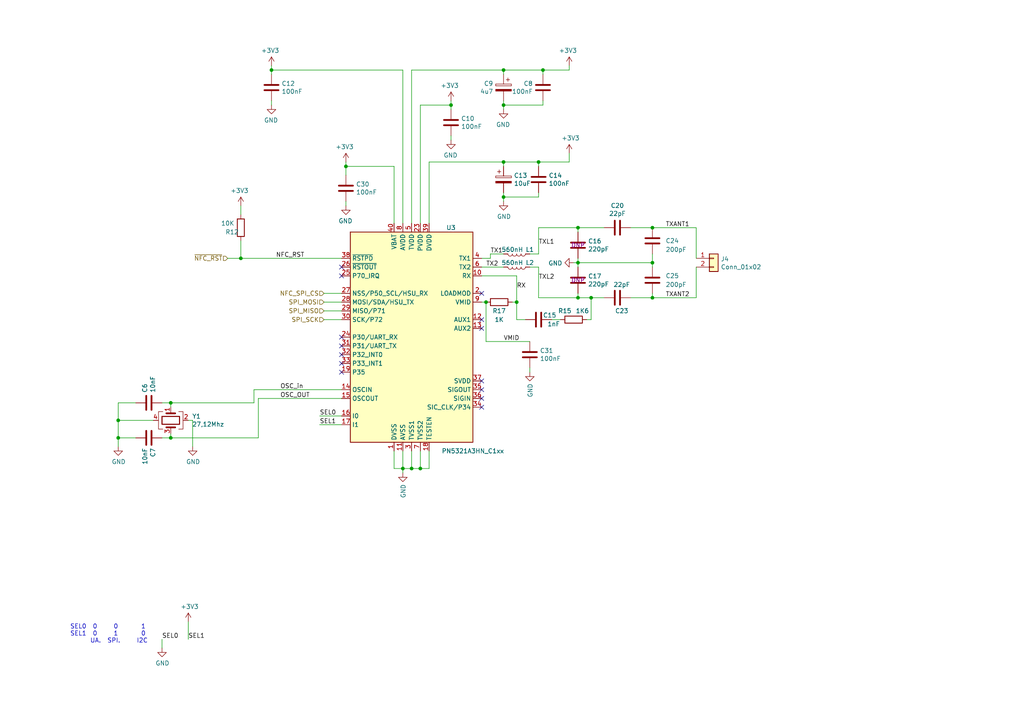
<source format=kicad_sch>
(kicad_sch (version 20211123) (generator eeschema)
  (paper "A4")
  (lib_symbols
    (symbol "Connector_Generic:Conn_01x02" (pin_names (offset 1.016) hide)
      (property "Reference" "J" (at 0 2.54 0))
      (property "Value" "Conn_01x02" (at 0 -5.08 0))
      (symbol "Conn_01x02_1_1"
        (rectangle (start -1.27 -2.413) (end 0 -2.667) (stroke (width 0.1524)))
        (rectangle (start -1.27 0.127) (end 0 -0.127) (stroke (width 0.1524)))
        (rectangle (start -1.27 1.27) (end 1.27 -3.81) (stroke (width 0.254)) (fill (type background)))
        (pin passive line (at -5.08 0 0) (length 3.81) (name "Pin_1") (number "1"))
        (pin passive line (at -5.08 -2.54 0) (length 3.81) (name "Pin_2") (number "2"))
      )
    )
    (symbol "Device:C" (pin_numbers hide) (pin_names (offset 0.254))
      (property "Reference" "C" (at 0.635 2.54 0))
      (property "Value" "C" (at 0.635 -2.54 0))
      (symbol "C_0_1"
        (polyline (pts (xy -2.032 -0.762) (xy 2.032 -0.762)) (stroke (width 0.508)))
        (polyline (pts (xy -2.032 0.762) (xy 2.032 0.762)) (stroke (width 0.508)))
      )
      (symbol "C_1_1"
        (pin passive line (at 0 3.81 270) (length 2.794) (name "~") (number "1"))
        (pin passive line (at 0 -3.81 90) (length 2.794) (name "~") (number "2"))
      )
    )
    (symbol "Device:C_Polarized" (pin_numbers hide) (pin_names (offset 0.254))
      (property "Reference" "C" (at 0.635 2.54 0))
      (property "Value" "C_Polarized" (at 0.635 -2.54 0))
      (symbol "C_Polarized_0_1"
        (rectangle (start -2.286 0.508) (end 2.286 1.016))
        (polyline (pts (xy -1.778 2.286) (xy -0.762 2.286)))
        (polyline (pts (xy -1.27 2.794) (xy -1.27 1.778)))
        (rectangle (start 2.286 -0.508) (end -2.286 -1.016) (fill (type outline)))
      )
      (symbol "C_Polarized_1_1"
        (pin passive line (at 0 3.81 270) (length 2.794) (name "~") (number "1"))
        (pin passive line (at 0 -3.81 90) (length 2.794) (name "~") (number "2"))
      )
    )
    (symbol "Device:Crystal_GND24" (pin_names (offset 1.016) hide)
      (property "Reference" "Y" (at 3.175 5.08 0))
      (property "Value" "Crystal_GND24" (at 3.175 3.175 0))
      (symbol "Crystal_GND24_0_1"
        (rectangle (start -1.143 2.54) (end 1.143 -2.54) (stroke (width 0.3048)))
        (polyline (pts (xy -2.54 0) (xy -2.032 0)))
        (polyline (pts (xy -2.032 -1.27) (xy -2.032 1.27)) (stroke (width 0.508)))
        (polyline (pts (xy 0 -3.81) (xy 0 -3.556)))
        (polyline (pts (xy 0 3.556) (xy 0 3.81)))
        (polyline (pts (xy 2.032 -1.27) (xy 2.032 1.27)) (stroke (width 0.508)))
        (polyline (pts (xy 2.032 0) (xy 2.54 0)))
        (polyline (pts (xy -2.54 -2.286) (xy -2.54 -3.556) (xy 2.54 -3.556) (xy 2.54 -2.286)))
        (polyline (pts (xy -2.54 2.286) (xy -2.54 3.556) (xy 2.54 3.556) (xy 2.54 2.286)))
      )
      (symbol "Crystal_GND24_1_1"
        (pin passive line (at -3.81 0 0) (length 1.27) (name "1") (number "1"))
        (pin passive line (at 0 5.08 270) (length 1.27) (name "2") (number "2"))
        (pin passive line (at 3.81 0 180) (length 1.27) (name "3") (number "3"))
        (pin passive line (at 0 -5.08 90) (length 1.27) (name "4") (number "4"))
      )
    )
    (symbol "Device:L" (pin_numbers hide) (pin_names (offset 1.016) hide)
      (property "Reference" "L" (at -1.27 0 90))
      (property "Value" "L" (at 1.905 0 90))
      (symbol "L_0_1"
        (arc (start 0 -2.54) (mid 0.635 -1.905) (end 0 -1.27))
        (arc (start 0 -1.27) (mid 0.635 -0.635) (end 0 0))
        (arc (start 0 0) (mid 0.635 0.635) (end 0 1.27))
        (arc (start 0 1.27) (mid 0.635 1.905) (end 0 2.54))
      )
      (symbol "L_1_1"
        (pin passive line (at 0 3.81 270) (length 1.27) (name "1") (number "1"))
        (pin passive line (at 0 -3.81 90) (length 1.27) (name "2") (number "2"))
      )
    )
    (symbol "Device:R" (pin_numbers hide) (pin_names (offset 0))
      (property "Reference" "R" (at 2.032 0 90))
      (property "Value" "R" (at 0 0 90))
      (symbol "R_0_1"
        (rectangle (start -1.016 -2.54) (end 1.016 2.54) (stroke (width 0.254)))
      )
      (symbol "R_1_1"
        (pin passive line (at 0 3.81 270) (length 1.27) (name "~") (number "1"))
        (pin passive line (at 0 -3.81 90) (length 1.27) (name "~") (number "2"))
      )
    )
    (symbol "RF_NFC:PN5321A3HN_C1xx"
      (property "Reference" "U" (at -15.24 31.75 0))
      (property "Value" "PN5321A3HN_C1xx" (at 15.24 31.75 0))
      (symbol "PN5321A3HN_C1xx_0_1"
        (rectangle (start -17.78 30.48) (end 17.78 -30.48) (stroke (width 0.254)) (fill (type background)))
      )
      (symbol "PN5321A3HN_C1xx_1_1"
        (pin power_in line (at -5.08 -33.02 90) (length 2.54) (name "DVSS") (number "1"))
        (pin input line (at 20.32 17.78 180) (length 2.54) (name "RX") (number "10"))
        (pin power_in line (at -2.54 -33.02 90) (length 2.54) (name "AVSS") (number "11"))
        (pin output line (at 20.32 5.08 180) (length 2.54) (name "AUX1") (number "12"))
        (pin output line (at 20.32 2.54 180) (length 2.54) (name "AUX2") (number "13"))
        (pin input line (at -20.32 -15.24 0) (length 2.54) (name "OSCIN") (number "14"))
        (pin output line (at -20.32 -17.78 0) (length 2.54) (name "OSCOUT") (number "15"))
        (pin passive line (at -20.32 -22.86 0) (length 2.54) (name "I0") (number "16"))
        (pin passive line (at -20.32 -25.4 0) (length 2.54) (name "I1") (number "17"))
        (pin passive line (at 5.08 -33.02 90) (length 2.54) (name "TESTEN") (number "18"))
        (pin bidirectional line (at -20.32 -10.16 0) (length 2.54) (name "P35") (number "19"))
        (pin output line (at 20.32 12.7 180) (length 2.54) (name "LOADMOD") (number "2"))
        (pin no_connect line (at 17.78 -2.54 180) (length 2.54) hide (name "N.C.") (number "20"))
        (pin no_connect line (at 17.78 -5.08 180) (length 2.54) hide (name "N.C.") (number "21"))
        (pin no_connect line (at 17.78 -7.62 180) (length 2.54) hide (name "N.C.") (number "22"))
        (pin power_in line (at 2.54 33.02 270) (length 2.54) (name "PVDD") (number "23"))
        (pin bidirectional line (at -20.32 0 0) (length 2.54) (name "P30/UART_RX") (number "24"))
        (pin bidirectional line (at -20.32 17.78 0) (length 2.54) (name "P70_IRQ") (number "25"))
        (pin output line (at -20.32 20.32 0) (length 2.54) (name "~{RSTOUT}") (number "26"))
        (pin bidirectional line (at -20.32 12.7 0) (length 2.54) (name "NSS/P50_SCL/HSU_RX") (number "27"))
        (pin bidirectional line (at -20.32 10.16 0) (length 2.54) (name "MOSI/SDA/HSU_TX") (number "28"))
        (pin bidirectional line (at -20.32 7.62 0) (length 2.54) (name "MISO/P71") (number "29"))
        (pin power_in line (at 0 -33.02 90) (length 2.54) (name "TVSS1") (number "3"))
        (pin bidirectional line (at -20.32 5.08 0) (length 2.54) (name "SCK/P72") (number "30"))
        (pin bidirectional line (at -20.32 -2.54 0) (length 2.54) (name "P31/UART_TX") (number "31"))
        (pin bidirectional line (at -20.32 -5.08 0) (length 2.54) (name "P32_INT0") (number "32"))
        (pin bidirectional line (at -20.32 -7.62 0) (length 2.54) (name "P33_INT1") (number "33"))
        (pin bidirectional line (at 20.32 -20.32 180) (length 2.54) (name "SIC_CLK/P34") (number "34"))
        (pin output line (at 20.32 -15.24 180) (length 2.54) (name "SIGOUT") (number "35"))
        (pin input line (at 20.32 -17.78 180) (length 2.54) (name "SIGIN") (number "36"))
        (pin output line (at 20.32 -12.7 180) (length 2.54) (name "SVDD") (number "37"))
        (pin input line (at -20.32 22.86 0) (length 2.54) (name "~{RSTPD}") (number "38"))
        (pin power_out line (at 5.08 33.02 270) (length 2.54) (name "DVDD") (number "39"))
        (pin output line (at 20.32 22.86 180) (length 2.54) (name "TX1") (number "4"))
        (pin power_in line (at -5.08 33.02 270) (length 2.54) (name "VBAT") (number "40"))
        (pin passive line (at -2.54 -33.02 90) (length 2.54) hide (name "AVSS") (number "41"))
        (pin power_in line (at 0 33.02 270) (length 2.54) (name "TVDD") (number "5"))
        (pin output line (at 20.32 20.32 180) (length 2.54) (name "TX2") (number "6"))
        (pin power_in line (at 2.54 -33.02 90) (length 2.54) (name "TVSS2") (number "7"))
        (pin power_in line (at -2.54 33.02 270) (length 2.54) (name "AVDD") (number "8"))
        (pin output line (at 20.32 10.16 180) (length 2.54) (name "VMID") (number "9"))
      )
    )
    (symbol "power:+3V3" (power) (pin_names (offset 0))
      (property "Value" "+3V3" (at 0 3.556 0))
      (symbol "+3V3_0_1"
        (polyline (pts (xy -0.762 1.27) (xy 0 2.54)))
        (polyline (pts (xy 0 0) (xy 0 2.54)))
        (polyline (pts (xy 0 2.54) (xy 0.762 1.27)))
      )
      (symbol "+3V3_1_1"
        (pin power_in line (at 0 0 90) (length 0) hide (name "+3V3") (number "1"))
      )
    )
    (symbol "power:GND" (power) (pin_names (offset 0))
      (property "Value" "GND" (at 0 -3.81 0))
      (symbol "GND_0_1"
        (polyline (pts (xy 0 0) (xy 0 -1.27) (xy 1.27 -1.27) (xy 0 -2.54) (xy -1.27 -1.27) (xy 0 -1.27)))
      )
      (symbol "GND_1_1"
        (pin power_in line (at 0 0 270) (length 0) hide (name "GND") (number "1"))
      )
    )
  )
  (junction (at 156.21 46.99))
  (junction (at 171.45 86.36))
  (junction (at 49.53 116.84))
  (junction (at 157.48 20.32))
  (junction (at 146.05 57.15))
  (junction (at 189.23 76.2))
  (junction (at 34.29 127))
  (junction (at 116.84 135.89))
  (junction (at 100.33 48.26))
  (junction (at 149.86 87.63))
  (junction (at 130.81 30.48))
  (junction (at 167.64 76.2))
  (junction (at 140.97 87.63))
  (junction (at 69.85 74.93))
  (junction (at 189.23 66.04))
  (junction (at 119.38 135.89))
  (junction (at 49.53 127))
  (junction (at 34.29 121.92))
  (junction (at 146.05 46.99))
  (junction (at 167.64 66.04))
  (junction (at 121.92 135.89))
  (junction (at 78.74 20.32))
  (junction (at 167.64 86.36))
  (junction (at 146.05 30.48))
  (junction (at 189.23 86.36))
  (junction (at 146.05 20.32))
  (no_connect (at 139.7 118.11))
  (no_connect (at 139.7 85.09))
  (no_connect (at 99.06 102.87))
  (no_connect (at 139.7 92.71))
  (no_connect (at 99.06 105.41))
  (no_connect (at 99.06 80.01))
  (no_connect (at 99.06 107.95))
  (no_connect (at 99.06 100.33))
  (no_connect (at 99.06 97.79))
  (no_connect (at 139.7 95.25))
  (no_connect (at 139.7 110.49))
  (no_connect (at 139.7 115.57))
  (no_connect (at 139.7 113.03))
  (no_connect (at 99.06 77.47))
  (wire (pts (xy 116.84 137.16) (xy 116.84 135.89)))
  (wire (pts (xy 156.21 77.47) (xy 156.21 86.36)))
  (wire (pts (xy 121.92 135.89) (xy 124.46 135.89)))
  (wire (pts (xy 119.38 20.32) (xy 146.05 20.32)))
  (wire (pts (xy 153.67 77.47) (xy 156.21 77.47)))
  (wire (pts (xy 149.86 92.71) (xy 152.4 92.71)))
  (wire (pts (xy 114.3 64.77) (xy 114.3 48.26)))
  (wire (pts (xy 93.98 87.63) (xy 99.06 87.63)))
  (wire (pts (xy 142.24 73.66) (xy 142.24 74.93)))
  (wire (pts (xy 46.99 116.84) (xy 49.53 116.84)))
  (wire (pts (xy 130.81 30.48) (xy 130.81 29.21)))
  (wire (pts (xy 74.93 115.57) (xy 74.93 127)))
  (wire (pts (xy 55.88 129.54) (xy 55.88 121.92)))
  (wire (pts (xy 165.1 20.32) (xy 165.1 19.05)))
  (wire (pts (xy 39.37 116.84) (xy 34.29 116.84)))
  (wire (pts (xy 146.05 48.26) (xy 146.05 46.99)))
  (wire (pts (xy 146.05 73.66) (xy 142.24 73.66)))
  (wire (pts (xy 201.93 66.04) (xy 201.93 74.93)))
  (wire (pts (xy 201.93 86.36) (xy 189.23 86.36)))
  (wire (pts (xy 201.93 77.47) (xy 201.93 86.36)))
  (wire (pts (xy 34.29 129.54) (xy 34.29 127)))
  (wire (pts (xy 165.1 44.45) (xy 165.1 46.99)))
  (wire (pts (xy 66.04 74.93) (xy 69.85 74.93)))
  (wire (pts (xy 55.88 121.92) (xy 54.61 121.92)))
  (wire (pts (xy 146.05 58.42) (xy 146.05 57.15)))
  (wire (pts (xy 73.66 113.03) (xy 99.06 113.03)))
  (wire (pts (xy 49.53 116.84) (xy 49.53 118.11)))
  (wire (pts (xy 99.06 120.65) (xy 92.71 120.65)))
  (wire (pts (xy 34.29 121.92) (xy 34.29 127)))
  (wire (pts (xy 69.85 74.93) (xy 99.06 74.93)))
  (wire (pts (xy 156.21 46.99) (xy 165.1 46.99)))
  (wire (pts (xy 160.02 92.71) (xy 162.56 92.71)))
  (wire (pts (xy 46.99 185.42) (xy 46.99 187.96)))
  (wire (pts (xy 153.67 73.66) (xy 156.21 73.66)))
  (wire (pts (xy 49.53 127) (xy 49.53 125.73)))
  (wire (pts (xy 146.05 20.32) (xy 157.48 20.32)))
  (wire (pts (xy 124.46 130.81) (xy 124.46 135.89)))
  (wire (pts (xy 171.45 92.71) (xy 171.45 86.36)))
  (wire (pts (xy 157.48 30.48) (xy 146.05 30.48)))
  (wire (pts (xy 139.7 80.01) (xy 149.86 80.01)))
  (wire (pts (xy 149.86 80.01) (xy 149.86 87.63)))
  (wire (pts (xy 130.81 31.75) (xy 130.81 30.48)))
  (wire (pts (xy 93.98 85.09) (xy 99.06 85.09)))
  (wire (pts (xy 78.74 20.32) (xy 78.74 21.59)))
  (wire (pts (xy 100.33 59.69) (xy 100.33 58.42)))
  (wire (pts (xy 170.18 92.71) (xy 171.45 92.71)))
  (wire (pts (xy 189.23 77.47) (xy 189.23 76.2)))
  (wire (pts (xy 175.26 86.36) (xy 171.45 86.36)))
  (wire (pts (xy 34.29 127) (xy 39.37 127)))
  (wire (pts (xy 124.46 64.77) (xy 124.46 46.99)))
  (wire (pts (xy 156.21 46.99) (xy 146.05 46.99)))
  (wire (pts (xy 146.05 21.59) (xy 146.05 20.32)))
  (wire (pts (xy 189.23 76.2) (xy 189.23 73.66)))
  (wire (pts (xy 167.64 86.36) (xy 167.64 85.09)))
  (wire (pts (xy 156.21 48.26) (xy 156.21 46.99)))
  (wire (pts (xy 93.98 90.17) (xy 99.06 90.17)))
  (wire (pts (xy 100.33 46.99) (xy 100.33 48.26)))
  (wire (pts (xy 93.98 92.71) (xy 99.06 92.71)))
  (wire (pts (xy 140.97 87.63) (xy 140.97 99.06)))
  (wire (pts (xy 34.29 116.84) (xy 34.29 121.92)))
  (wire (pts (xy 140.97 99.06) (xy 153.67 99.06)))
  (wire (pts (xy 69.85 59.69) (xy 69.85 62.23)))
  (wire (pts (xy 142.24 74.93) (xy 139.7 74.93)))
  (wire (pts (xy 114.3 130.81) (xy 114.3 135.89)))
  (wire (pts (xy 78.74 19.05) (xy 78.74 20.32)))
  (wire (pts (xy 189.23 86.36) (xy 182.88 86.36)))
  (wire (pts (xy 49.53 127) (xy 74.93 127)))
  (wire (pts (xy 121.92 135.89) (xy 119.38 135.89)))
  (wire (pts (xy 124.46 46.99) (xy 146.05 46.99)))
  (wire (pts (xy 119.38 20.32) (xy 119.38 64.77)))
  (wire (pts (xy 182.88 66.04) (xy 189.23 66.04)))
  (wire (pts (xy 167.64 76.2) (xy 167.64 77.47)))
  (wire (pts (xy 116.84 20.32) (xy 116.84 64.77)))
  (wire (pts (xy 92.71 123.19) (xy 99.06 123.19)))
  (wire (pts (xy 149.86 87.63) (xy 148.59 87.63)))
  (wire (pts (xy 189.23 85.09) (xy 189.23 86.36)))
  (wire (pts (xy 189.23 66.04) (xy 201.93 66.04)))
  (wire (pts (xy 78.74 20.32) (xy 116.84 20.32)))
  (wire (pts (xy 73.66 116.84) (xy 73.66 113.03)))
  (wire (pts (xy 167.64 66.04) (xy 167.64 67.31)))
  (wire (pts (xy 49.53 116.84) (xy 73.66 116.84)))
  (wire (pts (xy 146.05 55.88) (xy 146.05 57.15)))
  (wire (pts (xy 146.05 57.15) (xy 156.21 57.15)))
  (wire (pts (xy 165.1 20.32) (xy 157.48 20.32)))
  (wire (pts (xy 121.92 30.48) (xy 121.92 64.77)))
  (wire (pts (xy 130.81 40.64) (xy 130.81 39.37)))
  (wire (pts (xy 78.74 29.21) (xy 78.74 30.48)))
  (wire (pts (xy 100.33 48.26) (xy 100.33 50.8)))
  (wire (pts (xy 130.81 30.48) (xy 121.92 30.48)))
  (wire (pts (xy 116.84 135.89) (xy 119.38 135.89)))
  (wire (pts (xy 114.3 48.26) (xy 100.33 48.26)))
  (wire (pts (xy 139.7 77.47) (xy 146.05 77.47)))
  (wire (pts (xy 156.21 57.15) (xy 156.21 55.88)))
  (wire (pts (xy 175.26 66.04) (xy 167.64 66.04)))
  (wire (pts (xy 149.86 87.63) (xy 149.86 92.71)))
  (wire (pts (xy 44.45 121.92) (xy 34.29 121.92)))
  (wire (pts (xy 140.97 87.63) (xy 139.7 87.63)))
  (wire (pts (xy 121.92 130.81) (xy 121.92 135.89)))
  (wire (pts (xy 146.05 30.48) (xy 146.05 29.21)))
  (wire (pts (xy 119.38 130.81) (xy 119.38 135.89)))
  (wire (pts (xy 99.06 115.57) (xy 74.93 115.57)))
  (wire (pts (xy 46.99 127) (xy 49.53 127)))
  (wire (pts (xy 157.48 29.21) (xy 157.48 30.48)))
  (wire (pts (xy 156.21 66.04) (xy 167.64 66.04)))
  (wire (pts (xy 54.61 180.34) (xy 54.61 185.42)))
  (wire (pts (xy 114.3 135.89) (xy 116.84 135.89)))
  (wire (pts (xy 153.67 106.68) (xy 153.67 107.95)))
  (wire (pts (xy 171.45 86.36) (xy 167.64 86.36)))
  (wire (pts (xy 116.84 130.81) (xy 116.84 135.89)))
  (wire (pts (xy 166.37 76.2) (xy 167.64 76.2)))
  (wire (pts (xy 157.48 20.32) (xy 157.48 21.59)))
  (wire (pts (xy 167.64 74.93) (xy 167.64 76.2)))
  (wire (pts (xy 156.21 73.66) (xy 156.21 66.04)))
  (wire (pts (xy 167.64 76.2) (xy 189.23 76.2)))
  (wire (pts (xy 69.85 69.85) (xy 69.85 74.93)))
  (wire (pts (xy 146.05 31.75) (xy 146.05 30.48)))
  (wire (pts (xy 156.21 86.36) (xy 167.64 86.36)))
  (text "SEL0  0     0       1\nSEL1  0     1       0\n      UA.  SPI.     I2C" (at 20.32 186.69 0) (effects (font (size 1.27 1.27)) (justify left bottom)))
  (label "TXANT2" (at 193.04 86.36 0))
  (label "SEL0" (at 92.71 120.65 0))
  (label "SEL0" (at 46.99 185.42 0))
  (label "TX1" (at 142.24 73.66 0))
  (label "TXL2" (at 156.21 81.28 0))
  (label "VMID" (at 146.05 99.06 0))
  (label "NFC_RST" (at 80.01 74.93 0))
  (label "SEL1" (at 92.71 123.19 0))
  (label "SEL1" (at 54.61 185.42 0))
  (label "TXANT1" (at 193.04 66.04 0))
  (label "OSC_OUT" (at 81.28 115.57 0))
  (label "RX" (at 149.86 83.82 0))
  (label "TXL1" (at 156.21 71.12 0))
  (label "OSC_in" (at 81.28 113.03 0))
  (label "TX2" (at 140.97 77.47 0))
  (hierarchical_label "SPI_MISO" (shape input) (at 93.98 90.17 180))
  (hierarchical_label "SPI_SCK" (shape input) (at 93.98 92.71 180))
  (hierarchical_label "~{NFC_RST}" (shape input) (at 66.04 74.93 180))
  (hierarchical_label "SPI_MOSI" (shape input) (at 93.98 87.63 180))
  (hierarchical_label "NFC_SPI_CS" (shape input) (at 93.98 85.09 180))
  (symbol (lib_id "Connector_Generic:Conn_01x02") (at 207.01 74.93 0) (unit 1)
    (property "Reference" "J4" (at 209.042 75.1332 0) (effects (justify left)))
    (property "Value" "Conn_01x02" (at 209.042 77.4446 0) (effects (justify left)))
    (property "Footprint" "Connector_PinHeader_1.27mm:PinHeader_1x02_P1.27mm_Vertical_small_CrtYd" (effects hide))
  )
  (symbol (lib_id "Device:L") (at 149.86 73.66 270) (unit 1)
    (property "Reference" "L1" (at 153.67 72.39 90))
    (property "Value" "560nH" (at 148.59 72.39 90))
    (property "Footprint" "Inductor_SMD:L_0402_1005Metric" (effects hide))
    (property "ordercode" "3471481" (effects hide))
    (property "supplier" "farnell" (effects hide))
  )
  (symbol (lib_id "Device:C") (at 167.64 71.12 0) (unit 1)
    (property "Reference" "C16" (at 170.561 69.9516 0) (effects (justify left)))
    (property "Value" "220pF" (at 170.561 72.263 0) (effects (justify left)))
    (property "Footprint" "Capacitor_SMD:C_0402_1005Metric" (effects hide))
    (property "Field4" "DNP" (at 167.64 71.12 0))
  )
  (symbol (lib_id "Device:C") (at 167.64 81.28 0) (unit 1)
    (property "Reference" "C17" (at 170.561 80.1116 0) (effects (justify left)))
    (property "Value" "220pF" (at 170.561 82.423 0) (effects (justify left)))
    (property "Footprint" "Capacitor_SMD:C_0402_1005Metric" (effects hide))
    (property "Field4" "DNP" (at 167.64 81.28 0))
  )
  (symbol (lib_id "power:GND") (at 166.37 76.2 270) (unit 1)
    (property "Reference" "#PWR0112" (effects hide))
    (property "Value" "GND" (at 163.1188 76.327 90) (effects (justify right)))
  )
  (symbol (lib_id "Device:C") (at 179.07 66.04 90) (unit 1)
    (property "Reference" "C20" (at 179.07 59.6392 90))
    (property "Value" "22pF" (at 179.07 61.9506 90))
    (property "Footprint" "Capacitor_SMD:C_0402_1005Metric" (effects hide))
    (property "ordercode" "2812303" (effects hide))
    (property "supplier" "farnell" (effects hide))
  )
  (symbol (lib_id "Device:C") (at 179.07 86.36 90) (mirror x) (unit 1)
    (property "Reference" "C23" (at 180.34 90.17 90))
    (property "Value" "22pF" (at 180.34 82.55 90))
    (property "Footprint" "Capacitor_SMD:C_0402_1005Metric" (effects hide))
    (property "ordercode" "2812303" (effects hide))
    (property "supplier" "farnell" (effects hide))
  )
  (symbol (lib_id "Device:C") (at 189.23 69.85 0) (unit 1)
    (property "Reference" "C24" (at 193.04 69.85 0) (effects (justify left)))
    (property "Value" "200pF" (at 193.04 72.39 0) (effects (justify left)))
    (property "Footprint" "Capacitor_SMD:C_0402_1005Metric" (effects hide))
    (property "ordercode" "2812289" (effects hide))
    (property "supplier" "farnell" (effects hide))
  )
  (symbol (lib_id "Device:C") (at 189.23 81.28 0) (unit 1)
    (property "Reference" "C25" (at 193.04 80.01 0) (effects (justify left)))
    (property "Value" "200pF" (at 193.04 82.55 0) (effects (justify left)))
    (property "Footprint" "Capacitor_SMD:C_0402_1005Metric" (effects hide))
    (property "ordercode" "2627389" (effects hide))
    (property "supplier" "farnell" (effects hide))
  )
  (symbol (lib_id "Device:L") (at 149.86 77.47 270) (unit 1)
    (property "Reference" "L2" (at 153.67 76.2 90))
    (property "Value" "560nH" (at 148.59 76.2 90))
    (property "Footprint" "Inductor_SMD:L_0402_1005Metric" (effects hide))
    (property "ordercode" "3471481" (effects hide))
    (property "supplier" "farnell" (effects hide))
  )
  (symbol (lib_id "Device:C") (at 130.81 35.56 0) (unit 1)
    (property "Reference" "C10" (at 133.731 34.3916 0) (effects (justify left)))
    (property "Value" "100nF" (at 133.731 36.703 0) (effects (justify left)))
    (property "Footprint" "Capacitor_SMD:C_0402_1005Metric" (effects hide))
    (property "ordercode" "3013347" (effects hide))
    (property "supplier" "farnell" (effects hide))
  )
  (symbol (lib_id "Device:C_Polarized") (at 146.05 25.4 0) (mirror y) (unit 1)
    (property "Reference" "C9" (at 143.0528 24.2316 0) (effects (justify left)))
    (property "Value" "4u7" (at 143.0528 26.543 0) (effects (justify left)))
    (property "Footprint" "Capacitor_SMD:C_0402_1005Metric" (effects hide))
    (property "ordercode" "2469394" (effects hide))
    (property "supplier" "farnell" (effects hide))
    (property "StockRef" "C04u7_0403" (effects hide))
  )
  (symbol (lib_id "Device:C") (at 157.48 25.4 0) (mirror y) (unit 1)
    (property "Reference" "C8" (at 154.559 24.2316 0) (effects (justify left)))
    (property "Value" "100nF" (at 154.559 26.543 0) (effects (justify left)))
    (property "Footprint" "Capacitor_SMD:C_0402_1005Metric" (effects hide))
    (property "ordercode" "2524678" (effects hide))
    (property "supplier" "farnell" (effects hide))
  )
  (symbol (lib_id "power:+3V3") (at 165.1 19.05 0) (mirror y) (unit 1)
    (property "Reference" "#PWR0113" (effects hide))
    (property "Value" "+3V3" (at 164.719 14.6558 0))
  )
  (symbol (lib_id "power:GND") (at 146.05 31.75 0) (mirror y) (unit 1)
    (property "Reference" "#PWR0114" (effects hide))
    (property "Value" "GND" (at 145.923 36.1442 0))
  )
  (symbol (lib_id "power:GND") (at 146.05 58.42 0) (unit 1)
    (property "Reference" "#PWR0116" (effects hide))
    (property "Value" "GND" (at 146.177 62.8142 0))
  )
  (symbol (lib_id "power:+3V3") (at 165.1 44.45 0) (unit 1)
    (property "Reference" "#PWR0117" (effects hide))
    (property "Value" "+3V3" (at 165.481 40.0558 0))
  )
  (symbol (lib_id "Device:C_Polarized") (at 146.05 52.07 0) (unit 1)
    (property "Reference" "C13" (at 149.0472 50.9016 0) (effects (justify left)))
    (property "Value" "10uF" (at 149.0472 53.213 0) (effects (justify left)))
    (property "Footprint" "Capacitor_SMD:C_0402_1005Metric" (effects hide))
    (property "ordercode" "3013381" (effects hide))
    (property "supplier" "farnell" (effects hide))
  )
  (symbol (lib_id "Device:C") (at 156.21 52.07 0) (unit 1)
    (property "Reference" "C14" (at 159.131 50.9016 0) (effects (justify left)))
    (property "Value" "100nF" (at 159.131 53.213 0) (effects (justify left)))
    (property "Footprint" "Capacitor_SMD:C_0402_1005Metric" (effects hide))
    (property "ordercode" "2524678" (effects hide))
    (property "supplier" "farnell" (effects hide))
  )
  (symbol (lib_id "Device:C") (at 78.74 25.4 0) (unit 1)
    (property "Reference" "C12" (at 81.661 24.2316 0) (effects (justify left)))
    (property "Value" "100nF" (at 81.661 26.543 0) (effects (justify left)))
    (property "Footprint" "Capacitor_SMD:C_0402_1005Metric" (effects hide))
    (property "ordercode" "3013347" (effects hide))
    (property "supplier" "farnell" (effects hide))
  )
  (symbol (lib_id "power:GND") (at 116.84 137.16 0) (unit 1)
    (property "Reference" "#PWR0118" (effects hide))
    (property "Value" "GND" (at 116.967 140.4112 90) (effects (justify right)))
  )
  (symbol (lib_id "Device:C") (at 156.21 92.71 270) (unit 1)
    (property "Reference" "C15" (at 157.48 91.44 90) (effects (justify left)))
    (property "Value" "1nF" (at 158.75 93.98 90) (effects (justify left)))
    (property "Footprint" "Capacitor_SMD:C_0402_1005Metric" (effects hide))
    (property "ordercode" "2320774" (effects hide))
    (property "supplier" "farnell" (effects hide))
  )
  (symbol (lib_id "Device:R") (at 144.78 87.63 270) (unit 1)
    (property "Reference" "R17" (at 144.78 90.17 90))
    (property "Value" "1K" (at 144.78 92.71 90))
    (property "Footprint" "Resistor_SMD:R_0402_1005Metric" (effects hide))
    (property "StockRef" "R03K3_0402" (effects hide))
    (property "ordercode" "2447170" (effects hide))
    (property "supplier" "farnell" (effects hide))
  )
  (symbol (lib_id "Device:R") (at 166.37 92.71 270) (unit 1)
    (property "Reference" "R15" (at 163.83 90.17 90))
    (property "Value" "1K6" (at 168.91 90.17 90))
    (property "Footprint" "Resistor_SMD:R_0402_1005Metric" (effects hide))
    (property "StockRef" "R10K_0402" (effects hide))
    (property "ordercode" "2447096" (effects hide))
    (property "supplier" "farnell" (effects hide))
  )
  (symbol (lib_id "power:GND") (at 46.99 187.96 0) (unit 1)
    (property "Reference" "#PWR0122" (effects hide))
    (property "Value" "GND" (at 47.117 192.3542 0))
  )
  (symbol (lib_id "Device:Crystal_GND24") (at 49.53 121.92 270) (unit 1)
    (property "Reference" "Y1" (at 55.7276 120.7516 90) (effects (justify left)))
    (property "Value" "27,12Mhz" (at 55.7276 123.063 90) (effects (justify left)))
    (property "Footprint" "Crystal:Crystal_SMD_EuroQuartz_X22-4Pin_2.5x2.0mm" (effects hide))
    (property "partnr" "NX2016SA" (effects hide))
    (property "MPN" "MCSJK-7E-27.12-10-30-60-B-30" (effects hide))
    (property "supplier" "farnell" (effects hide))
    (property "ordercode" "2853901" (effects hide))
    (property "Manufacturer" "mComp pro" (effects hide))
  )
  (symbol (lib_id "Device:C") (at 43.18 116.84 90) (unit 1)
    (property "Reference" "C6" (at 42.0116 113.919 0) (effects (justify left)))
    (property "Value" "10nF" (at 44.323 113.919 0) (effects (justify left)))
    (property "Footprint" "Capacitor_SMD:C_0402_1005Metric" (effects hide))
    (property "ordercode" "3013347" (effects hide))
    (property "supplier" "farnell" (effects hide))
  )
  (symbol (lib_id "Device:C") (at 43.18 127 270) (unit 1)
    (property "Reference" "C7" (at 44.3484 129.921 0) (effects (justify left)))
    (property "Value" "10nF" (at 42.037 129.921 0) (effects (justify left)))
    (property "Footprint" "Capacitor_SMD:C_0402_1005Metric" (effects hide))
    (property "ordercode" "3013347" (effects hide))
    (property "supplier" "farnell" (effects hide))
  )
  (symbol (lib_id "power:GND") (at 34.29 129.54 0) (unit 1)
    (property "Reference" "#PWR0123" (effects hide))
    (property "Value" "GND" (at 34.417 133.9342 0))
  )
  (symbol (lib_id "power:GND") (at 55.88 129.54 0) (unit 1)
    (property "Reference" "#PWR0124" (effects hide))
    (property "Value" "GND" (at 56.007 133.9342 0))
  )
  (symbol (lib_id "RF_NFC:PN5321A3HN_C1xx") (at 119.38 97.79 0) (unit 1)
    (property "Reference" "U3" (at 130.81 66.04 0))
    (property "Value" "PN5321A3HN_C1xx" (at 137.16 130.81 0))
    (property "Footprint" "Package_DFN_QFN:QFN-40-1EP_6x6mm_P0.5mm_EP4.6x4.6mm_ThermalVias" (effects hide))
    (property "Datasheet" "https://www.nxp.com/docs/en/nxp/data-sheets/PN532_C1.pdf" (effects hide))
  )
  (symbol (lib_id "power:+3V3") (at 54.61 180.34 0) (unit 1)
    (property "Reference" "#PWR0119" (effects hide))
    (property "Value" "+3V3" (at 54.991 175.9458 0))
  )
  (symbol (lib_id "power:GND") (at 130.81 40.64 0) (mirror y) (unit 1)
    (property "Reference" "#PWR0120" (effects hide))
    (property "Value" "GND" (at 130.683 45.0342 0))
  )
  (symbol (lib_id "power:+3V3") (at 130.81 29.21 0) (mirror y) (unit 1)
    (property "Reference" "#PWR0121" (effects hide))
    (property "Value" "+3V3" (at 130.429 24.8158 0))
  )
  (symbol (lib_id "power:+3V3") (at 78.74 19.05 0) (mirror y) (unit 1)
    (property "Reference" "#PWR0132" (effects hide))
    (property "Value" "+3V3" (at 78.359 14.6558 0))
  )
  (symbol (lib_id "power:GND") (at 78.74 30.48 0) (mirror y) (unit 1)
    (property "Reference" "#PWR0133" (effects hide))
    (property "Value" "GND" (at 78.613 34.8742 0))
  )
  (symbol (lib_id "Device:C") (at 153.67 102.87 0) (unit 1)
    (property "Reference" "C31" (at 156.591 101.7016 0) (effects (justify left)))
    (property "Value" "100nF" (at 156.591 104.013 0) (effects (justify left)))
    (property "Footprint" "Capacitor_SMD:C_0402_1005Metric" (effects hide))
    (property "ordercode" "3013347" (effects hide))
    (property "supplier" "farnell" (effects hide))
  )
  (symbol (lib_id "power:GND") (at 153.67 107.95 0) (unit 1)
    (property "Reference" "#PWR0143" (effects hide))
    (property "Value" "GND" (at 153.797 111.2012 90) (effects (justify right)))
  )
  (symbol (lib_id "Device:C") (at 100.33 54.61 0) (unit 1)
    (property "Reference" "C30" (at 103.251 53.4416 0) (effects (justify left)))
    (property "Value" "100nF" (at 103.251 55.753 0) (effects (justify left)))
    (property "Footprint" "Capacitor_SMD:C_0402_1005Metric" (effects hide))
    (property "ordercode" "3013347" (effects hide))
    (property "supplier" "farnell" (effects hide))
  )
  (symbol (lib_id "power:GND") (at 100.33 59.69 0) (mirror y) (unit 1)
    (property "Reference" "#PWR0144" (effects hide))
    (property "Value" "GND" (at 100.203 64.0842 0))
  )
  (symbol (lib_id "Device:R") (at 69.85 66.04 180) (unit 1)
    (property "Reference" "R12" (at 67.31 67.31 0))
    (property "Value" "10K" (at 66.04 64.77 0))
    (property "Footprint" "Resistor_SMD:R_0402_1005Metric" (effects hide))
    (property "StockRef" "R10K_0402" (effects hide))
    (property "ordercode" "2447170" (effects hide))
    (property "supplier" "farnell" (effects hide))
  )
  (symbol (lib_id "power:+3V3") (at 69.85 59.69 0) (mirror y) (unit 1)
    (property "Reference" "#PWR0145" (effects hide))
    (property "Value" "+3V3" (at 69.469 55.2958 0))
  )
  (symbol (lib_id "power:+3V3") (at 100.33 46.99 0) (mirror y) (unit 1)
    (property "Reference" "#PWR0146" (effects hide))
    (property "Value" "+3V3" (at 99.949 42.5958 0))
  )
)
</source>
